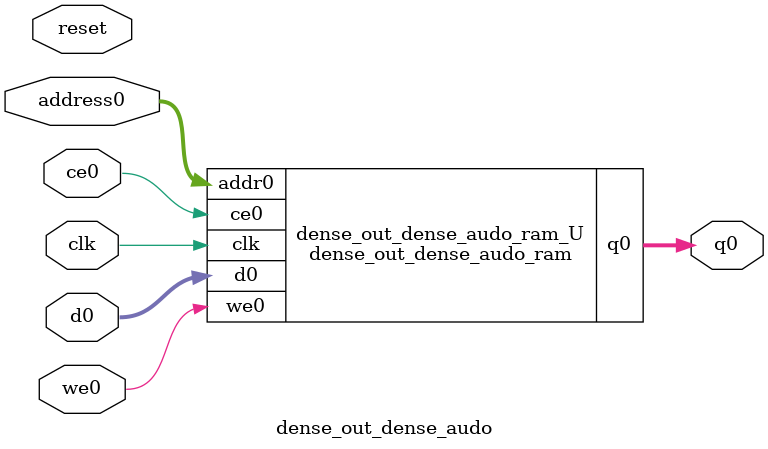
<source format=v>
`timescale 1 ns / 1 ps
module dense_out_dense_audo_ram (addr0, ce0, d0, we0, q0,  clk);

parameter DWIDTH = 14;
parameter AWIDTH = 4;
parameter MEM_SIZE = 10;

input[AWIDTH-1:0] addr0;
input ce0;
input[DWIDTH-1:0] d0;
input we0;
output reg[DWIDTH-1:0] q0;
input clk;

(* ram_style = "distributed" *)reg [DWIDTH-1:0] ram[0:MEM_SIZE-1];




always @(posedge clk)  
begin 
    if (ce0) 
    begin
        if (we0) 
        begin 
            ram[addr0] <= d0; 
        end 
        q0 <= ram[addr0];
    end
end


endmodule

`timescale 1 ns / 1 ps
module dense_out_dense_audo(
    reset,
    clk,
    address0,
    ce0,
    we0,
    d0,
    q0);

parameter DataWidth = 32'd14;
parameter AddressRange = 32'd10;
parameter AddressWidth = 32'd4;
input reset;
input clk;
input[AddressWidth - 1:0] address0;
input ce0;
input we0;
input[DataWidth - 1:0] d0;
output[DataWidth - 1:0] q0;



dense_out_dense_audo_ram dense_out_dense_audo_ram_U(
    .clk( clk ),
    .addr0( address0 ),
    .ce0( ce0 ),
    .we0( we0 ),
    .d0( d0 ),
    .q0( q0 ));

endmodule


</source>
